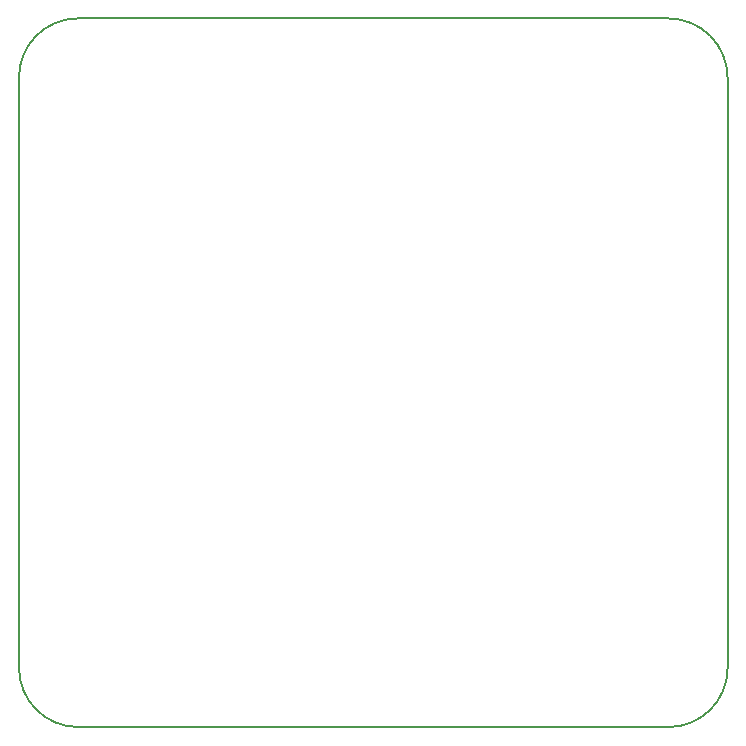
<source format=gm1>
G04 #@! TF.GenerationSoftware,KiCad,Pcbnew,5.1.7-a382d34a8~87~ubuntu20.04.1*
G04 #@! TF.CreationDate,2021-03-22T20:15:53-04:00*
G04 #@! TF.ProjectId,SystemHitLInterface,53797374-656d-4486-9974-4c496e746572,rev?*
G04 #@! TF.SameCoordinates,Original*
G04 #@! TF.FileFunction,Profile,NP*
%FSLAX46Y46*%
G04 Gerber Fmt 4.6, Leading zero omitted, Abs format (unit mm)*
G04 Created by KiCad (PCBNEW 5.1.7-a382d34a8~87~ubuntu20.04.1) date 2021-03-22 20:15:53*
%MOMM*%
%LPD*%
G01*
G04 APERTURE LIST*
G04 #@! TA.AperFunction,Profile*
%ADD10C,0.200000*%
G04 #@! TD*
G04 APERTURE END LIST*
D10*
X98501200Y-80646405D02*
G75*
G02*
X103501200Y-75646405I5000000J0D01*
G01*
X158501198Y-130646403D02*
G75*
G02*
X153501198Y-135646403I-5000000J0D01*
G01*
X103508404Y-135646403D02*
X153501198Y-135646403D01*
X153471216Y-75646404D02*
G75*
G02*
X158501199Y-80676387I0J-5029983D01*
G01*
X98501200Y-130639199D02*
X98501200Y-80646405D01*
X158501198Y-130646403D02*
X158501198Y-80676387D01*
X103501200Y-75646405D02*
X153471216Y-75646405D01*
X103508404Y-135646403D02*
G75*
G02*
X98501200Y-130639199I0J5007204D01*
G01*
M02*

</source>
